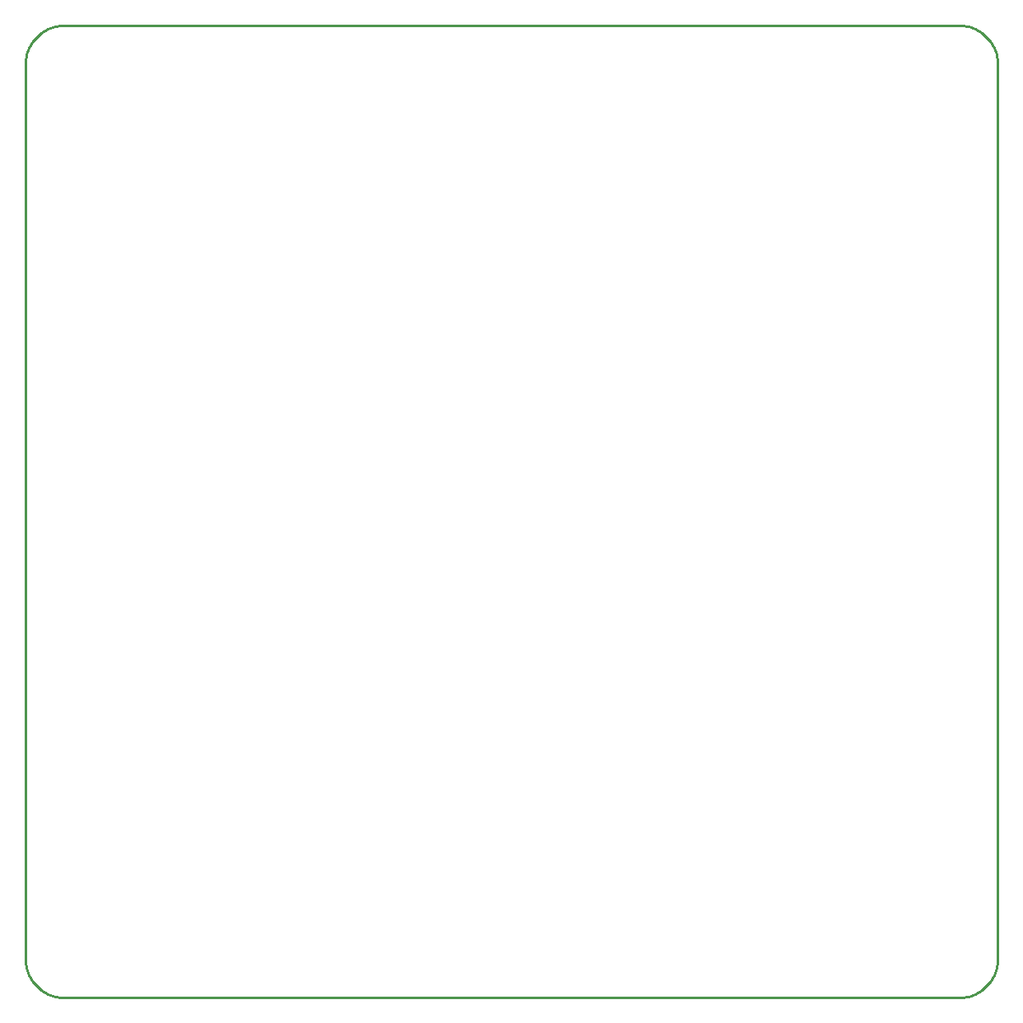
<source format=gm1>
%FSTAX23Y23*%
%MOIN*%
%SFA1B1*%

%IPPOS*%
%ADD17C,0.010000*%
%LNpcb_awg-1*%
%LPD*%
G54D17*
X03779Y0D02*
X03789Y0D01*
X03799Y00001*
X03809Y00002*
X03818Y00004*
X03828Y00007*
X03837Y00011*
X03846Y00014*
X03855Y00019*
X03863Y00024*
X03872Y0003*
X03879Y00036*
X03887Y00042*
X03894Y00049*
X039Y00057*
X03906Y00064*
X03912Y00073*
X03917Y00081*
X03922Y0009*
X03925Y00099*
X03929Y00108*
X03932Y00118*
X03934Y00127*
X03935Y00137*
X03936Y00147*
X03937Y00157*
X00157Y03937D02*
X00147Y03936D01*
X00137Y03935*
X00127Y03934*
X00118Y03932*
X00108Y03929*
X00099Y03925*
X0009Y03922*
X00081Y03917*
X00073Y03912*
X00064Y03906*
X00057Y039*
X00049Y03894*
X00042Y03887*
X00036Y03879*
X0003Y03872*
X00024Y03863*
X00019Y03855*
X00014Y03846*
X00011Y03837*
X00007Y03828*
X00004Y03818*
X00002Y03809*
X00001Y03799*
X0Y03789*
X0Y03779*
X03937D02*
X03936Y03789D01*
X03935Y03799*
X03934Y03809*
X03932Y03818*
X03929Y03828*
X03925Y03837*
X03922Y03846*
X03917Y03855*
X03912Y03863*
X03906Y03872*
X039Y03879*
X03894Y03887*
X03887Y03894*
X03879Y039*
X03872Y03906*
X03863Y03912*
X03855Y03917*
X03846Y03922*
X03837Y03925*
X03828Y03929*
X03818Y03932*
X03809Y03934*
X03799Y03935*
X03789Y03936*
X03779Y03937*
X0Y00157D02*
X0Y00147D01*
X00001Y00137*
X00002Y00127*
X00004Y00118*
X00007Y00108*
X00011Y00099*
X00014Y0009*
X00019Y00081*
X00024Y00073*
X0003Y00064*
X00036Y00057*
X00042Y00049*
X00049Y00042*
X00057Y00036*
X00064Y0003*
X00073Y00024*
X00081Y00019*
X0009Y00014*
X00099Y00011*
X00108Y00007*
X00118Y00004*
X00127Y00002*
X00137Y00001*
X00147Y0*
X00157Y0*
X0Y00157D02*
Y03779D01*
X00157Y03937D02*
X03779D01*
X03937Y00157D02*
Y03779D01*
X00157Y0D02*
X03779D01*
M02*
</source>
